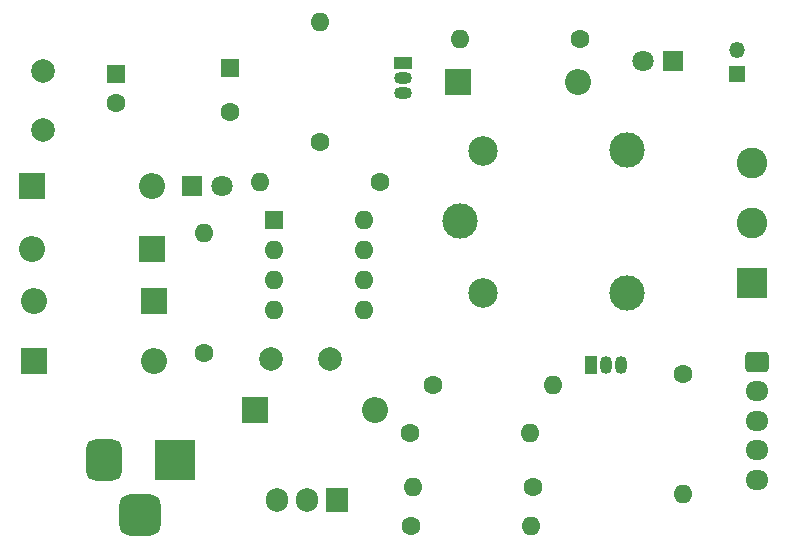
<source format=gbr>
%TF.GenerationSoftware,KiCad,Pcbnew,8.0.0-rc2*%
%TF.CreationDate,2024-05-24T11:46:06+05:30*%
%TF.ProjectId,IR based Relay controll board_v1,49522062-6173-4656-9420-52656c617920,rev?*%
%TF.SameCoordinates,Original*%
%TF.FileFunction,Copper,L1,Top*%
%TF.FilePolarity,Positive*%
%FSLAX46Y46*%
G04 Gerber Fmt 4.6, Leading zero omitted, Abs format (unit mm)*
G04 Created by KiCad (PCBNEW 8.0.0-rc2) date 2024-05-24 11:46:06*
%MOMM*%
%LPD*%
G01*
G04 APERTURE LIST*
G04 Aperture macros list*
%AMRoundRect*
0 Rectangle with rounded corners*
0 $1 Rounding radius*
0 $2 $3 $4 $5 $6 $7 $8 $9 X,Y pos of 4 corners*
0 Add a 4 corners polygon primitive as box body*
4,1,4,$2,$3,$4,$5,$6,$7,$8,$9,$2,$3,0*
0 Add four circle primitives for the rounded corners*
1,1,$1+$1,$2,$3*
1,1,$1+$1,$4,$5*
1,1,$1+$1,$6,$7*
1,1,$1+$1,$8,$9*
0 Add four rect primitives between the rounded corners*
20,1,$1+$1,$2,$3,$4,$5,0*
20,1,$1+$1,$4,$5,$6,$7,0*
20,1,$1+$1,$6,$7,$8,$9,0*
20,1,$1+$1,$8,$9,$2,$3,0*%
G04 Aperture macros list end*
%TA.AperFunction,ComponentPad*%
%ADD10R,1.600000X1.600000*%
%TD*%
%TA.AperFunction,ComponentPad*%
%ADD11C,1.600000*%
%TD*%
%TA.AperFunction,ComponentPad*%
%ADD12O,1.600000X1.600000*%
%TD*%
%TA.AperFunction,ComponentPad*%
%ADD13R,2.200000X2.200000*%
%TD*%
%TA.AperFunction,ComponentPad*%
%ADD14O,2.200000X2.200000*%
%TD*%
%TA.AperFunction,ComponentPad*%
%ADD15C,3.000000*%
%TD*%
%TA.AperFunction,ComponentPad*%
%ADD16C,2.500000*%
%TD*%
%TA.AperFunction,ComponentPad*%
%ADD17R,3.500000X3.500000*%
%TD*%
%TA.AperFunction,ComponentPad*%
%ADD18RoundRect,0.750000X-0.750000X-1.000000X0.750000X-1.000000X0.750000X1.000000X-0.750000X1.000000X0*%
%TD*%
%TA.AperFunction,ComponentPad*%
%ADD19RoundRect,0.875000X-0.875000X-0.875000X0.875000X-0.875000X0.875000X0.875000X-0.875000X0.875000X0*%
%TD*%
%TA.AperFunction,ComponentPad*%
%ADD20R,2.600000X2.600000*%
%TD*%
%TA.AperFunction,ComponentPad*%
%ADD21C,2.600000*%
%TD*%
%TA.AperFunction,ComponentPad*%
%ADD22R,1.350000X1.350000*%
%TD*%
%TA.AperFunction,ComponentPad*%
%ADD23O,1.350000X1.350000*%
%TD*%
%TA.AperFunction,ComponentPad*%
%ADD24R,1.905000X2.000000*%
%TD*%
%TA.AperFunction,ComponentPad*%
%ADD25O,1.905000X2.000000*%
%TD*%
%TA.AperFunction,ComponentPad*%
%ADD26R,1.050000X1.500000*%
%TD*%
%TA.AperFunction,ComponentPad*%
%ADD27O,1.050000X1.500000*%
%TD*%
%TA.AperFunction,ComponentPad*%
%ADD28R,1.800000X1.800000*%
%TD*%
%TA.AperFunction,ComponentPad*%
%ADD29C,1.800000*%
%TD*%
%TA.AperFunction,ComponentPad*%
%ADD30RoundRect,0.250000X-0.725000X0.600000X-0.725000X-0.600000X0.725000X-0.600000X0.725000X0.600000X0*%
%TD*%
%TA.AperFunction,ComponentPad*%
%ADD31O,1.950000X1.700000*%
%TD*%
%TA.AperFunction,ComponentPad*%
%ADD32C,2.000000*%
%TD*%
%TA.AperFunction,ComponentPad*%
%ADD33R,1.500000X1.050000*%
%TD*%
%TA.AperFunction,ComponentPad*%
%ADD34O,1.500000X1.050000*%
%TD*%
G04 APERTURE END LIST*
D10*
%TO.P,C2,1*%
%TO.N,+12V*%
X150550000Y-111597349D03*
D11*
%TO.P,C2,2*%
%TO.N,GND*%
X150550000Y-115397349D03*
%TD*%
%TO.P,R2,1*%
%TO.N,+12V*%
X148350000Y-135730000D03*
D12*
%TO.P,R2,2*%
%TO.N,Net-(D8-A)*%
X148350000Y-125570000D03*
%TD*%
D10*
%TO.P,C3,1*%
%TO.N,+12V*%
X140882379Y-112117621D03*
D11*
%TO.P,C3,2*%
%TO.N,GND*%
X140882379Y-114617621D03*
%TD*%
D13*
%TO.P,D6,1,K*%
%TO.N,/R1*%
X169870000Y-112800000D03*
D14*
%TO.P,D6,2,A*%
%TO.N,+12V*%
X180030000Y-112800000D03*
%TD*%
D11*
%TO.P,R3,1*%
%TO.N,Net-(U3-E+)*%
X165820000Y-142500000D03*
D12*
%TO.P,R3,2*%
%TO.N,/SI*%
X175980000Y-142500000D03*
%TD*%
D11*
%TO.P,R9,1*%
%TO.N,/vo*%
X176180000Y-147150000D03*
D12*
%TO.P,R9,2*%
%TO.N,Net-(U2-ADJ)*%
X166020000Y-147150000D03*
%TD*%
D13*
%TO.P,D5,1,K*%
%TO.N,+12V*%
X152670000Y-140550000D03*
D14*
%TO.P,D5,2,A*%
%TO.N,/vo*%
X162830000Y-140550000D03*
%TD*%
D15*
%TO.P,K1,1*%
%TO.N,/c*%
X170000000Y-124600000D03*
D16*
%TO.P,K1,2*%
%TO.N,/R1*%
X171950000Y-130650000D03*
D15*
%TO.P,K1,3*%
%TO.N,Net-(J2-Pin_1)*%
X184150000Y-130650000D03*
%TO.P,K1,4*%
%TO.N,Net-(J2-Pin_3)*%
X184200000Y-118600000D03*
D16*
%TO.P,K1,5*%
%TO.N,+12V*%
X171950000Y-118650000D03*
%TD*%
D13*
%TO.P,D1,1,K*%
%TO.N,Net-(D1-K)*%
X133970000Y-136450000D03*
D14*
%TO.P,D1,2,A*%
%TO.N,GND*%
X144130000Y-136450000D03*
%TD*%
D17*
%TO.P,P1,1,AC_P*%
%TO.N,Net-(D1-K)*%
X145900000Y-144792500D03*
D18*
%TO.P,P1,2,AC_N*%
%TO.N,Net-(D2-K)*%
X139900000Y-144792500D03*
D19*
%TO.P,P1,3,EARTH*%
X142900000Y-149492500D03*
%TD*%
D20*
%TO.P,J2,1,Pin_1*%
%TO.N,Net-(J2-Pin_1)*%
X194750000Y-129835000D03*
D21*
%TO.P,J2,2,Pin_2*%
%TO.N,/c*%
X194750000Y-124755000D03*
%TO.P,J2,3,Pin_3*%
%TO.N,Net-(J2-Pin_3)*%
X194750000Y-119675000D03*
%TD*%
D22*
%TO.P,J3,1,Pin_1*%
%TO.N,+12V*%
X193450000Y-112100000D03*
D23*
%TO.P,J3,2,Pin_2*%
%TO.N,GND*%
X193450000Y-110100000D03*
%TD*%
D24*
%TO.P,U2,1,ADJ*%
%TO.N,Net-(U2-ADJ)*%
X159600000Y-148250000D03*
D25*
%TO.P,U2,2,VO*%
%TO.N,/vo*%
X157060000Y-148250000D03*
%TO.P,U2,3,VI*%
%TO.N,+12V*%
X154520000Y-148250000D03*
%TD*%
D13*
%TO.P,D3,1,K*%
%TO.N,+12V*%
X144130000Y-131350000D03*
D14*
%TO.P,D3,2,A*%
%TO.N,Net-(D1-K)*%
X133970000Y-131350000D03*
%TD*%
D26*
%TO.P,Q1,1,C*%
%TO.N,/SI*%
X181130000Y-136810000D03*
D27*
%TO.P,Q1,2,B*%
%TO.N,Net-(Q1-B)*%
X182400000Y-136810000D03*
%TO.P,Q1,3,E*%
%TO.N,GND*%
X183670000Y-136810000D03*
%TD*%
D28*
%TO.P,D7,1,K*%
%TO.N,Net-(D7-K)*%
X188075000Y-111050000D03*
D29*
%TO.P,D7,2,A*%
%TO.N,+12V*%
X185535000Y-111050000D03*
%TD*%
D11*
%TO.P,R7,1*%
%TO.N,/SO*%
X158150000Y-117930000D03*
D12*
%TO.P,R7,2*%
%TO.N,Net-(Q2-B)*%
X158150000Y-107770000D03*
%TD*%
D30*
%TO.P,J1,1,Pin_1*%
%TO.N,/vo*%
X195150000Y-136500000D03*
D31*
%TO.P,J1,2,Pin_2*%
%TO.N,/SI*%
X195150000Y-139000000D03*
%TO.P,J1,3,Pin_3*%
%TO.N,GND*%
X195150000Y-141500000D03*
%TO.P,J1,4,Pin_4*%
%TO.N,Net-(J1-Pin_4)*%
X195150000Y-144000000D03*
%TO.P,J1,5,Pin_5*%
%TO.N,/vo*%
X195150000Y-146500000D03*
%TD*%
D13*
%TO.P,D4,1,K*%
%TO.N,+12V*%
X143980000Y-126950000D03*
D14*
%TO.P,D4,2,A*%
%TO.N,Net-(D2-K)*%
X133820000Y-126950000D03*
%TD*%
D32*
%TO.P,C1,1*%
%TO.N,+12V*%
X134750000Y-111850000D03*
%TO.P,C1,2*%
%TO.N,GND*%
X134750000Y-116850000D03*
%TD*%
D33*
%TO.P,Q2,1,C*%
%TO.N,/R1*%
X165240000Y-111180000D03*
D34*
%TO.P,Q2,2,B*%
%TO.N,Net-(Q2-B)*%
X165240000Y-112450000D03*
%TO.P,Q2,3,E*%
%TO.N,GND*%
X165240000Y-113720000D03*
%TD*%
D11*
%TO.P,R6,1*%
%TO.N,Net-(D7-K)*%
X180180000Y-109200000D03*
D12*
%TO.P,R6,2*%
%TO.N,/R1*%
X170020000Y-109200000D03*
%TD*%
D11*
%TO.P,R5,1*%
%TO.N,Net-(Q1-B)*%
X188900000Y-137570000D03*
D12*
%TO.P,R5,2*%
%TO.N,Net-(J1-Pin_4)*%
X188900000Y-147730000D03*
%TD*%
D10*
%TO.P,U3,1,E-*%
%TO.N,/SO*%
X154250000Y-124500000D03*
D12*
%TO.P,U3,2,E+*%
%TO.N,Net-(U3-E+)*%
X154250000Y-127040000D03*
%TO.P,U3,3,CAP*%
%TO.N,/vo*%
X154250000Y-129580000D03*
%TO.P,U3,4,GND*%
%TO.N,GND*%
X154250000Y-132120000D03*
%TO.P,U3,5,E*%
%TO.N,unconnected-(U3-E-Pad5)*%
X161870000Y-132120000D03*
%TO.P,U3,6,C*%
%TO.N,unconnected-(U3-C-Pad6)*%
X161870000Y-129580000D03*
%TO.P,U3,7,ILIM*%
%TO.N,unconnected-(U3-ILIM-Pad7)*%
X161870000Y-127040000D03*
%TO.P,U3,8,VIN*%
%TO.N,/vo*%
X161870000Y-124500000D03*
%TD*%
D28*
%TO.P,D8,1,K*%
%TO.N,GND*%
X147325000Y-121650000D03*
D29*
%TO.P,D8,2,A*%
%TO.N,Net-(D8-A)*%
X149865000Y-121650000D03*
%TD*%
D11*
%TO.P,R8,1*%
%TO.N,Net-(U2-ADJ)*%
X165920000Y-150450000D03*
D12*
%TO.P,R8,2*%
%TO.N,GND*%
X176080000Y-150450000D03*
%TD*%
D11*
%TO.P,R4,1*%
%TO.N,/vo*%
X167770000Y-138500000D03*
D12*
%TO.P,R4,2*%
%TO.N,/SI*%
X177930000Y-138500000D03*
%TD*%
D11*
%TO.P,R1,1*%
%TO.N,/vo*%
X163230000Y-121300000D03*
D12*
%TO.P,R1,2*%
%TO.N,/SO*%
X153070000Y-121300000D03*
%TD*%
D13*
%TO.P,D2,1,K*%
%TO.N,Net-(D2-K)*%
X133770000Y-121650000D03*
D14*
%TO.P,D2,2,A*%
%TO.N,GND*%
X143930000Y-121650000D03*
%TD*%
D32*
%TO.P,C4,1*%
%TO.N,/vo*%
X159000000Y-136300000D03*
%TO.P,C4,2*%
%TO.N,GND*%
X154000000Y-136300000D03*
%TD*%
M02*

</source>
